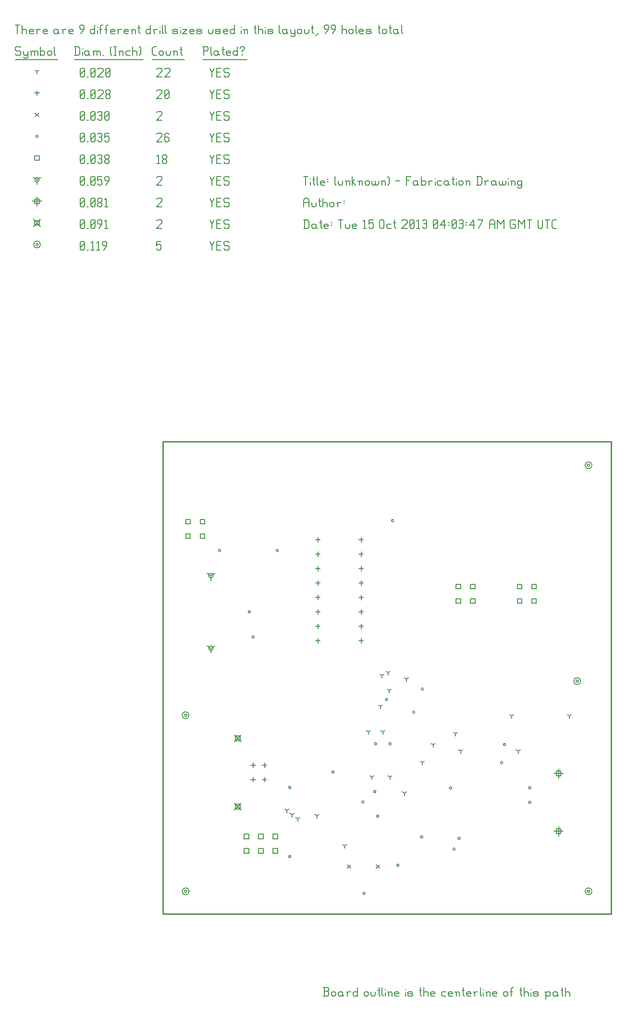
<source format=gbr>
G04 start of page 12 for group -3984 idx -3984 *
G04 Title: (unknown), fab *
G04 Creator: pcb 1.99z *
G04 CreationDate: Tue 15 Oct 2013 04:03:47 AM GMT UTC *
G04 For: commonadmin *
G04 Format: Gerber/RS-274X *
G04 PCB-Dimensions: 600000 500000 *
G04 PCB-Coordinate-Origin: lower left *
%MOIN*%
%FSLAX25Y25*%
%LNFAB*%
%ADD117C,0.0100*%
%ADD116C,0.0075*%
%ADD115C,0.0060*%
%ADD114R,0.0080X0.0080*%
G54D114*X117334Y62992D02*G75*G03X118934Y62992I800J0D01*G01*
G75*G03X117334Y62992I-800J0D01*G01*
X115734D02*G75*G03X120534Y62992I2400J0D01*G01*
G75*G03X115734Y62992I-2400J0D01*G01*
X396838D02*G75*G03X398438Y62992I800J0D01*G01*
G75*G03X396838Y62992I-800J0D01*G01*
X395238D02*G75*G03X400038Y62992I2400J0D01*G01*
G75*G03X395238Y62992I-2400J0D01*G01*
X388964Y208661D02*G75*G03X390564Y208661I800J0D01*G01*
G75*G03X388964Y208661I-800J0D01*G01*
X387364D02*G75*G03X392164Y208661I2400J0D01*G01*
G75*G03X387364Y208661I-2400J0D01*G01*
X117310Y185039D02*G75*G03X118910Y185039I800J0D01*G01*
G75*G03X117310Y185039I-800J0D01*G01*
X115710D02*G75*G03X120510Y185039I2400J0D01*G01*
G75*G03X115710Y185039I-2400J0D01*G01*
X396838Y358268D02*G75*G03X398438Y358268I800J0D01*G01*
G75*G03X396838Y358268I-800J0D01*G01*
X395238D02*G75*G03X400038Y358268I2400J0D01*G01*
G75*G03X395238Y358268I-2400J0D01*G01*
X14200Y511250D02*G75*G03X15800Y511250I800J0D01*G01*
G75*G03X14200Y511250I-800J0D01*G01*
X12600D02*G75*G03X17400Y511250I2400J0D01*G01*
G75*G03X12600Y511250I-2400J0D01*G01*
G54D115*X135000Y513500D02*X136500Y510500D01*
X138000Y513500D01*
X136500Y510500D02*Y507500D01*
X139800Y510800D02*X142050D01*
X139800Y507500D02*X142800D01*
X139800Y513500D02*Y507500D01*
Y513500D02*X142800D01*
X147600D02*X148350Y512750D01*
X145350Y513500D02*X147600D01*
X144600Y512750D02*X145350Y513500D01*
X144600Y512750D02*Y511250D01*
X145350Y510500D01*
X147600D01*
X148350Y509750D01*
Y508250D01*
X147600Y507500D02*X148350Y508250D01*
X145350Y507500D02*X147600D01*
X144600Y508250D02*X145350Y507500D01*
X98000Y513500D02*X101000D01*
X98000D02*Y510500D01*
X98750Y511250D01*
X100250D01*
X101000Y510500D01*
Y508250D01*
X100250Y507500D02*X101000Y508250D01*
X98750Y507500D02*X100250D01*
X98000Y508250D02*X98750Y507500D01*
X45000Y508250D02*X45750Y507500D01*
X45000Y512750D02*Y508250D01*
Y512750D02*X45750Y513500D01*
X47250D01*
X48000Y512750D01*
Y508250D01*
X47250Y507500D02*X48000Y508250D01*
X45750Y507500D02*X47250D01*
X45000Y509000D02*X48000Y512000D01*
X49800Y507500D02*X50550D01*
X52350Y512300D02*X53550Y513500D01*
Y507500D01*
X52350D02*X54600D01*
X56400Y512300D02*X57600Y513500D01*
Y507500D01*
X56400D02*X58650D01*
X61200D02*X63450Y510500D01*
Y512750D02*Y510500D01*
X62700Y513500D02*X63450Y512750D01*
X61200Y513500D02*X62700D01*
X60450Y512750D02*X61200Y513500D01*
X60450Y512750D02*Y511250D01*
X61200Y510500D01*
X63450D01*
X151986Y124144D02*X156786Y119344D01*
X151986D02*X156786Y124144D01*
X152786Y123344D02*X155986D01*
X152786D02*Y120144D01*
X155986D01*
Y123344D02*Y120144D01*
X151986Y171544D02*X156786Y166744D01*
X151986D02*X156786Y171544D01*
X152786Y170744D02*X155986D01*
X152786D02*Y167544D01*
X155986D01*
Y170744D02*Y167544D01*
X12600Y528650D02*X17400Y523850D01*
X12600D02*X17400Y528650D01*
X13400Y527850D02*X16600D01*
X13400D02*Y524650D01*
X16600D01*
Y527850D02*Y524650D01*
X135000Y528500D02*X136500Y525500D01*
X138000Y528500D01*
X136500Y525500D02*Y522500D01*
X139800Y525800D02*X142050D01*
X139800Y522500D02*X142800D01*
X139800Y528500D02*Y522500D01*
Y528500D02*X142800D01*
X147600D02*X148350Y527750D01*
X145350Y528500D02*X147600D01*
X144600Y527750D02*X145350Y528500D01*
X144600Y527750D02*Y526250D01*
X145350Y525500D01*
X147600D01*
X148350Y524750D01*
Y523250D01*
X147600Y522500D02*X148350Y523250D01*
X145350Y522500D02*X147600D01*
X144600Y523250D02*X145350Y522500D01*
X98000Y527750D02*X98750Y528500D01*
X101000D01*
X101750Y527750D01*
Y526250D01*
X98000Y522500D02*X101750Y526250D01*
X98000Y522500D02*X101750D01*
X45000Y523250D02*X45750Y522500D01*
X45000Y527750D02*Y523250D01*
Y527750D02*X45750Y528500D01*
X47250D01*
X48000Y527750D01*
Y523250D01*
X47250Y522500D02*X48000Y523250D01*
X45750Y522500D02*X47250D01*
X45000Y524000D02*X48000Y527000D01*
X49800Y522500D02*X50550D01*
X52350Y523250D02*X53100Y522500D01*
X52350Y527750D02*Y523250D01*
Y527750D02*X53100Y528500D01*
X54600D01*
X55350Y527750D01*
Y523250D01*
X54600Y522500D02*X55350Y523250D01*
X53100Y522500D02*X54600D01*
X52350Y524000D02*X55350Y527000D01*
X57900Y522500D02*X60150Y525500D01*
Y527750D02*Y525500D01*
X59400Y528500D02*X60150Y527750D01*
X57900Y528500D02*X59400D01*
X57150Y527750D02*X57900Y528500D01*
X57150Y527750D02*Y526250D01*
X57900Y525500D01*
X60150D01*
X61950Y527300D02*X63150Y528500D01*
Y522500D01*
X61950D02*X64200D01*
X376886Y147944D02*Y141544D01*
X373686Y144744D02*X380086D01*
X375286Y146344D02*X378486D01*
X375286D02*Y143144D01*
X378486D01*
Y146344D02*Y143144D01*
X376886Y107944D02*Y101544D01*
X373686Y104744D02*X380086D01*
X375286Y106344D02*X378486D01*
X375286D02*Y103144D01*
X378486D01*
Y106344D02*Y103144D01*
X15000Y544450D02*Y538050D01*
X11800Y541250D02*X18200D01*
X13400Y542850D02*X16600D01*
X13400D02*Y539650D01*
X16600D01*
Y542850D02*Y539650D01*
X135000Y543500D02*X136500Y540500D01*
X138000Y543500D01*
X136500Y540500D02*Y537500D01*
X139800Y540800D02*X142050D01*
X139800Y537500D02*X142800D01*
X139800Y543500D02*Y537500D01*
Y543500D02*X142800D01*
X147600D02*X148350Y542750D01*
X145350Y543500D02*X147600D01*
X144600Y542750D02*X145350Y543500D01*
X144600Y542750D02*Y541250D01*
X145350Y540500D01*
X147600D01*
X148350Y539750D01*
Y538250D01*
X147600Y537500D02*X148350Y538250D01*
X145350Y537500D02*X147600D01*
X144600Y538250D02*X145350Y537500D01*
X98000Y542750D02*X98750Y543500D01*
X101000D01*
X101750Y542750D01*
Y541250D01*
X98000Y537500D02*X101750Y541250D01*
X98000Y537500D02*X101750D01*
X45000Y538250D02*X45750Y537500D01*
X45000Y542750D02*Y538250D01*
Y542750D02*X45750Y543500D01*
X47250D01*
X48000Y542750D01*
Y538250D01*
X47250Y537500D02*X48000Y538250D01*
X45750Y537500D02*X47250D01*
X45000Y539000D02*X48000Y542000D01*
X49800Y537500D02*X50550D01*
X52350Y538250D02*X53100Y537500D01*
X52350Y542750D02*Y538250D01*
Y542750D02*X53100Y543500D01*
X54600D01*
X55350Y542750D01*
Y538250D01*
X54600Y537500D02*X55350Y538250D01*
X53100Y537500D02*X54600D01*
X52350Y539000D02*X55350Y542000D01*
X57150Y538250D02*X57900Y537500D01*
X57150Y539450D02*Y538250D01*
Y539450D02*X58200Y540500D01*
X59100D01*
X60150Y539450D01*
Y538250D01*
X59400Y537500D02*X60150Y538250D01*
X57900Y537500D02*X59400D01*
X57150Y541550D02*X58200Y540500D01*
X57150Y542750D02*Y541550D01*
Y542750D02*X57900Y543500D01*
X59400D01*
X60150Y542750D01*
Y541550D01*
X59100Y540500D02*X60150Y541550D01*
X61950Y542300D02*X63150Y543500D01*
Y537500D01*
X61950D02*X64200D01*
X135686Y281744D02*Y278544D01*
Y281744D02*X138459Y283344D01*
X135686Y281744D02*X132912Y283344D01*
X134086Y281744D02*G75*G03X137286Y281744I1600J0D01*G01*
G75*G03X134086Y281744I-1600J0D01*G01*
X135686Y231544D02*Y228344D01*
Y231544D02*X138459Y233144D01*
X135686Y231544D02*X132912Y233144D01*
X134086Y231544D02*G75*G03X137286Y231544I1600J0D01*G01*
G75*G03X134086Y231544I-1600J0D01*G01*
X15000Y556250D02*Y553050D01*
Y556250D02*X17773Y557850D01*
X15000Y556250D02*X12227Y557850D01*
X13400Y556250D02*G75*G03X16600Y556250I1600J0D01*G01*
G75*G03X13400Y556250I-1600J0D01*G01*
X135000Y558500D02*X136500Y555500D01*
X138000Y558500D01*
X136500Y555500D02*Y552500D01*
X139800Y555800D02*X142050D01*
X139800Y552500D02*X142800D01*
X139800Y558500D02*Y552500D01*
Y558500D02*X142800D01*
X147600D02*X148350Y557750D01*
X145350Y558500D02*X147600D01*
X144600Y557750D02*X145350Y558500D01*
X144600Y557750D02*Y556250D01*
X145350Y555500D01*
X147600D01*
X148350Y554750D01*
Y553250D01*
X147600Y552500D02*X148350Y553250D01*
X145350Y552500D02*X147600D01*
X144600Y553250D02*X145350Y552500D01*
X98000Y557750D02*X98750Y558500D01*
X101000D01*
X101750Y557750D01*
Y556250D01*
X98000Y552500D02*X101750Y556250D01*
X98000Y552500D02*X101750D01*
X45000Y553250D02*X45750Y552500D01*
X45000Y557750D02*Y553250D01*
Y557750D02*X45750Y558500D01*
X47250D01*
X48000Y557750D01*
Y553250D01*
X47250Y552500D02*X48000Y553250D01*
X45750Y552500D02*X47250D01*
X45000Y554000D02*X48000Y557000D01*
X49800Y552500D02*X50550D01*
X52350Y553250D02*X53100Y552500D01*
X52350Y557750D02*Y553250D01*
Y557750D02*X53100Y558500D01*
X54600D01*
X55350Y557750D01*
Y553250D01*
X54600Y552500D02*X55350Y553250D01*
X53100Y552500D02*X54600D01*
X52350Y554000D02*X55350Y557000D01*
X57150Y558500D02*X60150D01*
X57150D02*Y555500D01*
X57900Y556250D01*
X59400D01*
X60150Y555500D01*
Y553250D01*
X59400Y552500D02*X60150Y553250D01*
X57900Y552500D02*X59400D01*
X57150Y553250D02*X57900Y552500D01*
X62700D02*X64950Y555500D01*
Y557750D02*Y555500D01*
X64200Y558500D02*X64950Y557750D01*
X62700Y558500D02*X64200D01*
X61950Y557750D02*X62700Y558500D01*
X61950Y557750D02*Y556250D01*
X62700Y555500D01*
X64950D01*
X178786Y102744D02*X181986D01*
X178786D02*Y99544D01*
X181986D01*
Y102744D02*Y99544D01*
X178786Y92744D02*X181986D01*
X178786D02*Y89544D01*
X181986D01*
Y92744D02*Y89544D01*
X168786Y102744D02*X171986D01*
X168786D02*Y99544D01*
X171986D01*
Y102744D02*Y99544D01*
X168786Y92744D02*X171986D01*
X168786D02*Y89544D01*
X171986D01*
Y92744D02*Y89544D01*
X158786Y102744D02*X161986D01*
X158786D02*Y99544D01*
X161986D01*
Y102744D02*Y99544D01*
X158786Y92744D02*X161986D01*
X158786D02*Y89544D01*
X161986D01*
Y92744D02*Y89544D01*
X128286Y320844D02*X131486D01*
X128286D02*Y317644D01*
X131486D01*
Y320844D02*Y317644D01*
X118286Y320844D02*X121486D01*
X118286D02*Y317644D01*
X121486D01*
Y320844D02*Y317644D01*
X118286Y310844D02*X121486D01*
X118286D02*Y307644D01*
X121486D01*
Y310844D02*Y307644D01*
X128286Y310844D02*X131486D01*
X128286D02*Y307644D01*
X131486D01*
Y310844D02*Y307644D01*
X305786Y275844D02*X308986D01*
X305786D02*Y272644D01*
X308986D01*
Y275844D02*Y272644D01*
X305786Y265844D02*X308986D01*
X305786D02*Y262644D01*
X308986D01*
Y265844D02*Y262644D01*
X315786Y265844D02*X318986D01*
X315786D02*Y262644D01*
X318986D01*
Y265844D02*Y262644D01*
X315786Y275844D02*X318986D01*
X315786D02*Y272644D01*
X318986D01*
Y275844D02*Y272644D01*
X358286Y265844D02*X361486D01*
X358286D02*Y262644D01*
X361486D01*
Y265844D02*Y262644D01*
X358286Y275844D02*X361486D01*
X358286D02*Y272644D01*
X361486D01*
Y275844D02*Y272644D01*
X348286Y275844D02*X351486D01*
X348286D02*Y272644D01*
X351486D01*
Y275844D02*Y272644D01*
X348286Y265844D02*X351486D01*
X348286D02*Y262644D01*
X351486D01*
Y265844D02*Y262644D01*
X13400Y572850D02*X16600D01*
X13400D02*Y569650D01*
X16600D01*
Y572850D02*Y569650D01*
X135000Y573500D02*X136500Y570500D01*
X138000Y573500D01*
X136500Y570500D02*Y567500D01*
X139800Y570800D02*X142050D01*
X139800Y567500D02*X142800D01*
X139800Y573500D02*Y567500D01*
Y573500D02*X142800D01*
X147600D02*X148350Y572750D01*
X145350Y573500D02*X147600D01*
X144600Y572750D02*X145350Y573500D01*
X144600Y572750D02*Y571250D01*
X145350Y570500D01*
X147600D01*
X148350Y569750D01*
Y568250D01*
X147600Y567500D02*X148350Y568250D01*
X145350Y567500D02*X147600D01*
X144600Y568250D02*X145350Y567500D01*
X98000Y572300D02*X99200Y573500D01*
Y567500D01*
X98000D02*X100250D01*
X102050Y568250D02*X102800Y567500D01*
X102050Y569450D02*Y568250D01*
Y569450D02*X103100Y570500D01*
X104000D01*
X105050Y569450D01*
Y568250D01*
X104300Y567500D02*X105050Y568250D01*
X102800Y567500D02*X104300D01*
X102050Y571550D02*X103100Y570500D01*
X102050Y572750D02*Y571550D01*
Y572750D02*X102800Y573500D01*
X104300D01*
X105050Y572750D01*
Y571550D01*
X104000Y570500D02*X105050Y571550D01*
X45000Y568250D02*X45750Y567500D01*
X45000Y572750D02*Y568250D01*
Y572750D02*X45750Y573500D01*
X47250D01*
X48000Y572750D01*
Y568250D01*
X47250Y567500D02*X48000Y568250D01*
X45750Y567500D02*X47250D01*
X45000Y569000D02*X48000Y572000D01*
X49800Y567500D02*X50550D01*
X52350Y568250D02*X53100Y567500D01*
X52350Y572750D02*Y568250D01*
Y572750D02*X53100Y573500D01*
X54600D01*
X55350Y572750D01*
Y568250D01*
X54600Y567500D02*X55350Y568250D01*
X53100Y567500D02*X54600D01*
X52350Y569000D02*X55350Y572000D01*
X57150Y572750D02*X57900Y573500D01*
X59400D01*
X60150Y572750D01*
X59400Y567500D02*X60150Y568250D01*
X57900Y567500D02*X59400D01*
X57150Y568250D02*X57900Y567500D01*
Y570800D02*X59400D01*
X60150Y572750D02*Y571550D01*
Y570050D02*Y568250D01*
Y570050D02*X59400Y570800D01*
X60150Y571550D02*X59400Y570800D01*
X61950Y568250D02*X62700Y567500D01*
X61950Y569450D02*Y568250D01*
Y569450D02*X63000Y570500D01*
X63900D01*
X64950Y569450D01*
Y568250D01*
X64200Y567500D02*X64950Y568250D01*
X62700Y567500D02*X64200D01*
X61950Y571550D02*X63000Y570500D01*
X61950Y572750D02*Y571550D01*
Y572750D02*X62700Y573500D01*
X64200D01*
X64950Y572750D01*
Y571550D01*
X63900Y570500D02*X64950Y571550D01*
X356086Y124744D02*G75*G03X357686Y124744I800J0D01*G01*
G75*G03X356086Y124744I-800J0D01*G01*
Y134744D02*G75*G03X357686Y134744I800J0D01*G01*
G75*G03X356086Y134744I-800J0D01*G01*
X240271Y124892D02*G75*G03X241871Y124892I800J0D01*G01*
G75*G03X240271Y124892I-800J0D01*G01*
X248586Y132144D02*G75*G03X250186Y132144I800J0D01*G01*
G75*G03X248586Y132144I-800J0D01*G01*
X189586Y134954D02*G75*G03X191186Y134954I800J0D01*G01*
G75*G03X189586Y134954I-800J0D01*G01*
X250586Y115144D02*G75*G03X252186Y115144I800J0D01*G01*
G75*G03X250586Y115144I-800J0D01*G01*
X264586Y81144D02*G75*G03X266186Y81144I800J0D01*G01*
G75*G03X264586Y81144I-800J0D01*G01*
X219586Y145744D02*G75*G03X221186Y145744I800J0D01*G01*
G75*G03X219586Y145744I-800J0D01*G01*
X256686Y195944D02*G75*G03X258286Y195944I800J0D01*G01*
G75*G03X256686Y195944I-800J0D01*G01*
X275586Y187244D02*G75*G03X277186Y187244I800J0D01*G01*
G75*G03X275586Y187244I-800J0D01*G01*
X281586Y203244D02*G75*G03X283186Y203244I800J0D01*G01*
G75*G03X281586Y203244I-800J0D01*G01*
X301086Y134568D02*G75*G03X302686Y134568I800J0D01*G01*
G75*G03X301086Y134568I-800J0D01*G01*
X303586Y92244D02*G75*G03X305186Y92244I800J0D01*G01*
G75*G03X303586Y92244I-800J0D01*G01*
X281086Y100744D02*G75*G03X282686Y100744I800J0D01*G01*
G75*G03X281086Y100744I-800J0D01*G01*
X307086Y99744D02*G75*G03X308686Y99744I800J0D01*G01*
G75*G03X307086Y99744I-800J0D01*G01*
X338586Y164744D02*G75*G03X340186Y164744I800J0D01*G01*
G75*G03X338586Y164744I-800J0D01*G01*
X336586Y152244D02*G75*G03X338186Y152244I800J0D01*G01*
G75*G03X336586Y152244I-800J0D01*G01*
X249086Y165244D02*G75*G03X250686Y165244I800J0D01*G01*
G75*G03X249086Y165244I-800J0D01*G01*
X259086D02*G75*G03X260686Y165244I800J0D01*G01*
G75*G03X259086Y165244I-800J0D01*G01*
X241071Y61619D02*G75*G03X242671Y61619I800J0D01*G01*
G75*G03X241071Y61619I-800J0D01*G01*
X189586Y87144D02*G75*G03X191186Y87144I800J0D01*G01*
G75*G03X189586Y87144I-800J0D01*G01*
X164086Y239244D02*G75*G03X165686Y239244I800J0D01*G01*
G75*G03X164086Y239244I-800J0D01*G01*
X161586Y256744D02*G75*G03X163186Y256744I800J0D01*G01*
G75*G03X161586Y256744I-800J0D01*G01*
X180896Y299244D02*G75*G03X182496Y299244I800J0D01*G01*
G75*G03X180896Y299244I-800J0D01*G01*
X140896D02*G75*G03X142496Y299244I800J0D01*G01*
G75*G03X140896Y299244I-800J0D01*G01*
X260896Y319934D02*G75*G03X262496Y319934I800J0D01*G01*
G75*G03X260896Y319934I-800J0D01*G01*
X14200Y586250D02*G75*G03X15800Y586250I800J0D01*G01*
G75*G03X14200Y586250I-800J0D01*G01*
X135000Y588500D02*X136500Y585500D01*
X138000Y588500D01*
X136500Y585500D02*Y582500D01*
X139800Y585800D02*X142050D01*
X139800Y582500D02*X142800D01*
X139800Y588500D02*Y582500D01*
Y588500D02*X142800D01*
X147600D02*X148350Y587750D01*
X145350Y588500D02*X147600D01*
X144600Y587750D02*X145350Y588500D01*
X144600Y587750D02*Y586250D01*
X145350Y585500D01*
X147600D01*
X148350Y584750D01*
Y583250D01*
X147600Y582500D02*X148350Y583250D01*
X145350Y582500D02*X147600D01*
X144600Y583250D02*X145350Y582500D01*
X98000Y587750D02*X98750Y588500D01*
X101000D01*
X101750Y587750D01*
Y586250D01*
X98000Y582500D02*X101750Y586250D01*
X98000Y582500D02*X101750D01*
X105800Y588500D02*X106550Y587750D01*
X104300Y588500D02*X105800D01*
X103550Y587750D02*X104300Y588500D01*
X103550Y587750D02*Y583250D01*
X104300Y582500D01*
X105800Y585800D02*X106550Y585050D01*
X103550Y585800D02*X105800D01*
X104300Y582500D02*X105800D01*
X106550Y583250D01*
Y585050D02*Y583250D01*
X45000D02*X45750Y582500D01*
X45000Y587750D02*Y583250D01*
Y587750D02*X45750Y588500D01*
X47250D01*
X48000Y587750D01*
Y583250D01*
X47250Y582500D02*X48000Y583250D01*
X45750Y582500D02*X47250D01*
X45000Y584000D02*X48000Y587000D01*
X49800Y582500D02*X50550D01*
X52350Y583250D02*X53100Y582500D01*
X52350Y587750D02*Y583250D01*
Y587750D02*X53100Y588500D01*
X54600D01*
X55350Y587750D01*
Y583250D01*
X54600Y582500D02*X55350Y583250D01*
X53100Y582500D02*X54600D01*
X52350Y584000D02*X55350Y587000D01*
X57150Y587750D02*X57900Y588500D01*
X59400D01*
X60150Y587750D01*
X59400Y582500D02*X60150Y583250D01*
X57900Y582500D02*X59400D01*
X57150Y583250D02*X57900Y582500D01*
Y585800D02*X59400D01*
X60150Y587750D02*Y586550D01*
Y585050D02*Y583250D01*
Y585050D02*X59400Y585800D01*
X60150Y586550D02*X59400Y585800D01*
X61950Y588500D02*X64950D01*
X61950D02*Y585500D01*
X62700Y586250D01*
X64200D01*
X64950Y585500D01*
Y583250D01*
X64200Y582500D02*X64950Y583250D01*
X62700Y582500D02*X64200D01*
X61950Y583250D02*X62700Y582500D01*
X250186Y81344D02*X252586Y78944D01*
X250186D02*X252586Y81344D01*
X230186D02*X232586Y78944D01*
X230186D02*X232586Y81344D01*
X13800Y602450D02*X16200Y600050D01*
X13800D02*X16200Y602450D01*
X135000Y603500D02*X136500Y600500D01*
X138000Y603500D01*
X136500Y600500D02*Y597500D01*
X139800Y600800D02*X142050D01*
X139800Y597500D02*X142800D01*
X139800Y603500D02*Y597500D01*
Y603500D02*X142800D01*
X147600D02*X148350Y602750D01*
X145350Y603500D02*X147600D01*
X144600Y602750D02*X145350Y603500D01*
X144600Y602750D02*Y601250D01*
X145350Y600500D01*
X147600D01*
X148350Y599750D01*
Y598250D01*
X147600Y597500D02*X148350Y598250D01*
X145350Y597500D02*X147600D01*
X144600Y598250D02*X145350Y597500D01*
X98000Y602750D02*X98750Y603500D01*
X101000D01*
X101750Y602750D01*
Y601250D01*
X98000Y597500D02*X101750Y601250D01*
X98000Y597500D02*X101750D01*
X45000Y598250D02*X45750Y597500D01*
X45000Y602750D02*Y598250D01*
Y602750D02*X45750Y603500D01*
X47250D01*
X48000Y602750D01*
Y598250D01*
X47250Y597500D02*X48000Y598250D01*
X45750Y597500D02*X47250D01*
X45000Y599000D02*X48000Y602000D01*
X49800Y597500D02*X50550D01*
X52350Y598250D02*X53100Y597500D01*
X52350Y602750D02*Y598250D01*
Y602750D02*X53100Y603500D01*
X54600D01*
X55350Y602750D01*
Y598250D01*
X54600Y597500D02*X55350Y598250D01*
X53100Y597500D02*X54600D01*
X52350Y599000D02*X55350Y602000D01*
X57150Y602750D02*X57900Y603500D01*
X59400D01*
X60150Y602750D01*
X59400Y597500D02*X60150Y598250D01*
X57900Y597500D02*X59400D01*
X57150Y598250D02*X57900Y597500D01*
Y600800D02*X59400D01*
X60150Y602750D02*Y601550D01*
Y600050D02*Y598250D01*
Y600050D02*X59400Y600800D01*
X60150Y601550D02*X59400Y600800D01*
X61950Y598250D02*X62700Y597500D01*
X61950Y602750D02*Y598250D01*
Y602750D02*X62700Y603500D01*
X64200D01*
X64950Y602750D01*
Y598250D01*
X64200Y597500D02*X64950Y598250D01*
X62700Y597500D02*X64200D01*
X61950Y599000D02*X64950Y602000D01*
X165086Y142144D02*Y138944D01*
X163486Y140544D02*X166686D01*
X165086Y151944D02*Y148744D01*
X163486Y150344D02*X166686D01*
X172886Y151944D02*Y148744D01*
X171286Y150344D02*X174486D01*
X172886Y142144D02*Y138944D01*
X171286Y140544D02*X174486D01*
X239886Y238344D02*Y235144D01*
X238286Y236744D02*X241486D01*
X239886Y248344D02*Y245144D01*
X238286Y246744D02*X241486D01*
X239886Y258344D02*Y255144D01*
X238286Y256744D02*X241486D01*
X239886Y268344D02*Y265144D01*
X238286Y266744D02*X241486D01*
X239886Y278344D02*Y275144D01*
X238286Y276744D02*X241486D01*
X239886Y288344D02*Y285144D01*
X238286Y286744D02*X241486D01*
X239886Y298344D02*Y295144D01*
X238286Y296744D02*X241486D01*
X239886Y308344D02*Y305144D01*
X238286Y306744D02*X241486D01*
X209886Y308344D02*Y305144D01*
X208286Y306744D02*X211486D01*
X209886Y298344D02*Y295144D01*
X208286Y296744D02*X211486D01*
X209886Y288344D02*Y285144D01*
X208286Y286744D02*X211486D01*
X209886Y278344D02*Y275144D01*
X208286Y276744D02*X211486D01*
X209886Y268344D02*Y265144D01*
X208286Y266744D02*X211486D01*
X209886Y258344D02*Y255144D01*
X208286Y256744D02*X211486D01*
X209886Y248344D02*Y245144D01*
X208286Y246744D02*X211486D01*
X209886Y238344D02*Y235144D01*
X208286Y236744D02*X211486D01*
X15000Y617850D02*Y614650D01*
X13400Y616250D02*X16600D01*
X135000Y618500D02*X136500Y615500D01*
X138000Y618500D01*
X136500Y615500D02*Y612500D01*
X139800Y615800D02*X142050D01*
X139800Y612500D02*X142800D01*
X139800Y618500D02*Y612500D01*
Y618500D02*X142800D01*
X147600D02*X148350Y617750D01*
X145350Y618500D02*X147600D01*
X144600Y617750D02*X145350Y618500D01*
X144600Y617750D02*Y616250D01*
X145350Y615500D01*
X147600D01*
X148350Y614750D01*
Y613250D01*
X147600Y612500D02*X148350Y613250D01*
X145350Y612500D02*X147600D01*
X144600Y613250D02*X145350Y612500D01*
X98000Y617750D02*X98750Y618500D01*
X101000D01*
X101750Y617750D01*
Y616250D01*
X98000Y612500D02*X101750Y616250D01*
X98000Y612500D02*X101750D01*
X103550Y613250D02*X104300Y612500D01*
X103550Y617750D02*Y613250D01*
Y617750D02*X104300Y618500D01*
X105800D01*
X106550Y617750D01*
Y613250D01*
X105800Y612500D02*X106550Y613250D01*
X104300Y612500D02*X105800D01*
X103550Y614000D02*X106550Y617000D01*
X45000Y613250D02*X45750Y612500D01*
X45000Y617750D02*Y613250D01*
Y617750D02*X45750Y618500D01*
X47250D01*
X48000Y617750D01*
Y613250D01*
X47250Y612500D02*X48000Y613250D01*
X45750Y612500D02*X47250D01*
X45000Y614000D02*X48000Y617000D01*
X49800Y612500D02*X50550D01*
X52350Y613250D02*X53100Y612500D01*
X52350Y617750D02*Y613250D01*
Y617750D02*X53100Y618500D01*
X54600D01*
X55350Y617750D01*
Y613250D01*
X54600Y612500D02*X55350Y613250D01*
X53100Y612500D02*X54600D01*
X52350Y614000D02*X55350Y617000D01*
X57150Y617750D02*X57900Y618500D01*
X60150D01*
X60900Y617750D01*
Y616250D01*
X57150Y612500D02*X60900Y616250D01*
X57150Y612500D02*X60900D01*
X62700Y613250D02*X63450Y612500D01*
X62700Y614450D02*Y613250D01*
Y614450D02*X63750Y615500D01*
X64650D01*
X65700Y614450D01*
Y613250D01*
X64950Y612500D02*X65700Y613250D01*
X63450Y612500D02*X64950D01*
X62700Y616550D02*X63750Y615500D01*
X62700Y617750D02*Y616550D01*
Y617750D02*X63450Y618500D01*
X64950D01*
X65700Y617750D01*
Y616550D01*
X64650Y615500D02*X65700Y616550D01*
X348886Y160244D02*Y158644D01*
Y160244D02*X350272Y161044D01*
X348886Y160244D02*X347499Y161044D01*
X308886Y160244D02*Y158644D01*
Y160244D02*X310272Y161044D01*
X308886Y160244D02*X307499Y161044D01*
X384386Y184744D02*Y183144D01*
Y184744D02*X385772Y185544D01*
X384386Y184744D02*X382999Y185544D01*
X344386Y184744D02*Y183144D01*
Y184744D02*X345772Y185544D01*
X344386Y184744D02*X342999Y185544D01*
X228472Y94640D02*Y93040D01*
Y94640D02*X229858Y95440D01*
X228472Y94640D02*X227085Y95440D01*
X188386Y119144D02*Y117544D01*
Y119144D02*X189772Y119944D01*
X188386Y119144D02*X186999Y119944D01*
X191886Y116144D02*Y114544D01*
Y116144D02*X193272Y116944D01*
X191886Y116144D02*X190499Y116944D01*
X258686Y214644D02*Y213044D01*
Y214644D02*X260072Y215444D01*
X258686Y214644D02*X257299Y215444D01*
X254386Y212644D02*Y211044D01*
Y212644D02*X255772Y213444D01*
X254386Y212644D02*X252999Y213444D01*
X271386Y210144D02*Y208544D01*
Y210144D02*X272772Y210944D01*
X271386Y210144D02*X269999Y210944D01*
X195886Y113244D02*Y111644D01*
Y113244D02*X197272Y114044D01*
X195886Y113244D02*X194499Y114044D01*
X209186Y115444D02*Y113844D01*
Y115444D02*X210572Y116244D01*
X209186Y115444D02*X207799Y116244D01*
X259886Y142244D02*Y140644D01*
Y142244D02*X261272Y143044D01*
X259886Y142244D02*X258499Y143044D01*
X259386Y202244D02*Y200644D01*
Y202244D02*X260772Y203044D01*
X259386Y202244D02*X257999Y203044D01*
X269886Y131144D02*Y129544D01*
Y131144D02*X271272Y131944D01*
X269886Y131144D02*X268499Y131944D01*
X247386Y142244D02*Y140644D01*
Y142244D02*X248772Y143044D01*
X247386Y142244D02*X245999Y143044D01*
X254886Y173744D02*Y172144D01*
Y173744D02*X256272Y174544D01*
X254886Y173744D02*X253499Y174544D01*
X305386Y172244D02*Y170644D01*
Y172244D02*X306772Y173044D01*
X305386Y172244D02*X303999Y173044D01*
X282386Y152244D02*Y150644D01*
Y152244D02*X283772Y153044D01*
X282386Y152244D02*X280999Y153044D01*
X289886Y164744D02*Y163144D01*
Y164744D02*X291272Y165544D01*
X289886Y164744D02*X288499Y165544D01*
X244886Y173744D02*Y172144D01*
Y173744D02*X246272Y174544D01*
X244886Y173744D02*X243499Y174544D01*
X253386Y191244D02*Y189644D01*
Y191244D02*X254772Y192044D01*
X253386Y191244D02*X251999Y192044D01*
X15000Y631250D02*Y629650D01*
Y631250D02*X16387Y632050D01*
X15000Y631250D02*X13613Y632050D01*
X135000Y633500D02*X136500Y630500D01*
X138000Y633500D01*
X136500Y630500D02*Y627500D01*
X139800Y630800D02*X142050D01*
X139800Y627500D02*X142800D01*
X139800Y633500D02*Y627500D01*
Y633500D02*X142800D01*
X147600D02*X148350Y632750D01*
X145350Y633500D02*X147600D01*
X144600Y632750D02*X145350Y633500D01*
X144600Y632750D02*Y631250D01*
X145350Y630500D01*
X147600D01*
X148350Y629750D01*
Y628250D01*
X147600Y627500D02*X148350Y628250D01*
X145350Y627500D02*X147600D01*
X144600Y628250D02*X145350Y627500D01*
X98000Y632750D02*X98750Y633500D01*
X101000D01*
X101750Y632750D01*
Y631250D01*
X98000Y627500D02*X101750Y631250D01*
X98000Y627500D02*X101750D01*
X103550Y632750D02*X104300Y633500D01*
X106550D01*
X107300Y632750D01*
Y631250D01*
X103550Y627500D02*X107300Y631250D01*
X103550Y627500D02*X107300D01*
X45000Y628250D02*X45750Y627500D01*
X45000Y632750D02*Y628250D01*
Y632750D02*X45750Y633500D01*
X47250D01*
X48000Y632750D01*
Y628250D01*
X47250Y627500D02*X48000Y628250D01*
X45750Y627500D02*X47250D01*
X45000Y629000D02*X48000Y632000D01*
X49800Y627500D02*X50550D01*
X52350Y628250D02*X53100Y627500D01*
X52350Y632750D02*Y628250D01*
Y632750D02*X53100Y633500D01*
X54600D01*
X55350Y632750D01*
Y628250D01*
X54600Y627500D02*X55350Y628250D01*
X53100Y627500D02*X54600D01*
X52350Y629000D02*X55350Y632000D01*
X57150Y632750D02*X57900Y633500D01*
X60150D01*
X60900Y632750D01*
Y631250D01*
X57150Y627500D02*X60900Y631250D01*
X57150Y627500D02*X60900D01*
X62700Y628250D02*X63450Y627500D01*
X62700Y632750D02*Y628250D01*
Y632750D02*X63450Y633500D01*
X64950D01*
X65700Y632750D01*
Y628250D01*
X64950Y627500D02*X65700Y628250D01*
X63450Y627500D02*X64950D01*
X62700Y629000D02*X65700Y632000D01*
X3000Y648500D02*X3750Y647750D01*
X750Y648500D02*X3000D01*
X0Y647750D02*X750Y648500D01*
X0Y647750D02*Y646250D01*
X750Y645500D01*
X3000D01*
X3750Y644750D01*
Y643250D01*
X3000Y642500D02*X3750Y643250D01*
X750Y642500D02*X3000D01*
X0Y643250D02*X750Y642500D01*
X5550Y645500D02*Y643250D01*
X6300Y642500D01*
X8550Y645500D02*Y641000D01*
X7800Y640250D02*X8550Y641000D01*
X6300Y640250D02*X7800D01*
X5550Y641000D02*X6300Y640250D01*
Y642500D02*X7800D01*
X8550Y643250D01*
X11100Y644750D02*Y642500D01*
Y644750D02*X11850Y645500D01*
X12600D01*
X13350Y644750D01*
Y642500D01*
Y644750D02*X14100Y645500D01*
X14850D01*
X15600Y644750D01*
Y642500D01*
X10350Y645500D02*X11100Y644750D01*
X17400Y648500D02*Y642500D01*
Y643250D02*X18150Y642500D01*
X19650D01*
X20400Y643250D01*
Y644750D02*Y643250D01*
X19650Y645500D02*X20400Y644750D01*
X18150Y645500D02*X19650D01*
X17400Y644750D02*X18150Y645500D01*
X22200Y644750D02*Y643250D01*
Y644750D02*X22950Y645500D01*
X24450D01*
X25200Y644750D01*
Y643250D01*
X24450Y642500D02*X25200Y643250D01*
X22950Y642500D02*X24450D01*
X22200Y643250D02*X22950Y642500D01*
X27000Y648500D02*Y643250D01*
X27750Y642500D01*
X0Y639250D02*X29250D01*
X41750Y648500D02*Y642500D01*
X43700Y648500D02*X44750Y647450D01*
Y643550D01*
X43700Y642500D02*X44750Y643550D01*
X41000Y642500D02*X43700D01*
X41000Y648500D02*X43700D01*
G54D116*X46550Y647000D02*Y646850D01*
G54D115*Y644750D02*Y642500D01*
X50300Y645500D02*X51050Y644750D01*
X48800Y645500D02*X50300D01*
X48050Y644750D02*X48800Y645500D01*
X48050Y644750D02*Y643250D01*
X48800Y642500D01*
X51050Y645500D02*Y643250D01*
X51800Y642500D01*
X48800D02*X50300D01*
X51050Y643250D01*
X54350Y644750D02*Y642500D01*
Y644750D02*X55100Y645500D01*
X55850D01*
X56600Y644750D01*
Y642500D01*
Y644750D02*X57350Y645500D01*
X58100D01*
X58850Y644750D01*
Y642500D01*
X53600Y645500D02*X54350Y644750D01*
X60650Y642500D02*X61400D01*
X65900Y643250D02*X66650Y642500D01*
X65900Y647750D02*X66650Y648500D01*
X65900Y647750D02*Y643250D01*
X68450Y648500D02*X69950D01*
X69200D02*Y642500D01*
X68450D02*X69950D01*
X72500Y644750D02*Y642500D01*
Y644750D02*X73250Y645500D01*
X74000D01*
X74750Y644750D01*
Y642500D01*
X71750Y645500D02*X72500Y644750D01*
X77300Y645500D02*X79550D01*
X76550Y644750D02*X77300Y645500D01*
X76550Y644750D02*Y643250D01*
X77300Y642500D01*
X79550D01*
X81350Y648500D02*Y642500D01*
Y644750D02*X82100Y645500D01*
X83600D01*
X84350Y644750D01*
Y642500D01*
X86150Y648500D02*X86900Y647750D01*
Y643250D01*
X86150Y642500D02*X86900Y643250D01*
X41000Y639250D02*X88700D01*
X96050Y642500D02*X98000D01*
X95000Y643550D02*X96050Y642500D01*
X95000Y647450D02*Y643550D01*
Y647450D02*X96050Y648500D01*
X98000D01*
X99800Y644750D02*Y643250D01*
Y644750D02*X100550Y645500D01*
X102050D01*
X102800Y644750D01*
Y643250D01*
X102050Y642500D02*X102800Y643250D01*
X100550Y642500D02*X102050D01*
X99800Y643250D02*X100550Y642500D01*
X104600Y645500D02*Y643250D01*
X105350Y642500D01*
X106850D01*
X107600Y643250D01*
Y645500D02*Y643250D01*
X110150Y644750D02*Y642500D01*
Y644750D02*X110900Y645500D01*
X111650D01*
X112400Y644750D01*
Y642500D01*
X109400Y645500D02*X110150Y644750D01*
X114950Y648500D02*Y643250D01*
X115700Y642500D01*
X114200Y646250D02*X115700D01*
X95000Y639250D02*X117200D01*
X130750Y648500D02*Y642500D01*
X130000Y648500D02*X133000D01*
X133750Y647750D01*
Y646250D01*
X133000Y645500D02*X133750Y646250D01*
X130750Y645500D02*X133000D01*
X135550Y648500D02*Y643250D01*
X136300Y642500D01*
X140050Y645500D02*X140800Y644750D01*
X138550Y645500D02*X140050D01*
X137800Y644750D02*X138550Y645500D01*
X137800Y644750D02*Y643250D01*
X138550Y642500D01*
X140800Y645500D02*Y643250D01*
X141550Y642500D01*
X138550D02*X140050D01*
X140800Y643250D01*
X144100Y648500D02*Y643250D01*
X144850Y642500D01*
X143350Y646250D02*X144850D01*
X147100Y642500D02*X149350D01*
X146350Y643250D02*X147100Y642500D01*
X146350Y644750D02*Y643250D01*
Y644750D02*X147100Y645500D01*
X148600D01*
X149350Y644750D01*
X146350Y644000D02*X149350D01*
Y644750D02*Y644000D01*
X154150Y648500D02*Y642500D01*
X153400D02*X154150Y643250D01*
X151900Y642500D02*X153400D01*
X151150Y643250D02*X151900Y642500D01*
X151150Y644750D02*Y643250D01*
Y644750D02*X151900Y645500D01*
X153400D01*
X154150Y644750D01*
X157450Y645500D02*Y644750D01*
Y643250D02*Y642500D01*
X155950Y647750D02*Y647000D01*
Y647750D02*X156700Y648500D01*
X158200D01*
X158950Y647750D01*
Y647000D01*
X157450Y645500D02*X158950Y647000D01*
X130000Y639250D02*X160750D01*
X0Y663500D02*X3000D01*
X1500D02*Y657500D01*
X4800Y663500D02*Y657500D01*
Y659750D02*X5550Y660500D01*
X7050D01*
X7800Y659750D01*
Y657500D01*
X10350D02*X12600D01*
X9600Y658250D02*X10350Y657500D01*
X9600Y659750D02*Y658250D01*
Y659750D02*X10350Y660500D01*
X11850D01*
X12600Y659750D01*
X9600Y659000D02*X12600D01*
Y659750D02*Y659000D01*
X15150Y659750D02*Y657500D01*
Y659750D02*X15900Y660500D01*
X17400D01*
X14400D02*X15150Y659750D01*
X19950Y657500D02*X22200D01*
X19200Y658250D02*X19950Y657500D01*
X19200Y659750D02*Y658250D01*
Y659750D02*X19950Y660500D01*
X21450D01*
X22200Y659750D01*
X19200Y659000D02*X22200D01*
Y659750D02*Y659000D01*
X28950Y660500D02*X29700Y659750D01*
X27450Y660500D02*X28950D01*
X26700Y659750D02*X27450Y660500D01*
X26700Y659750D02*Y658250D01*
X27450Y657500D01*
X29700Y660500D02*Y658250D01*
X30450Y657500D01*
X27450D02*X28950D01*
X29700Y658250D01*
X33000Y659750D02*Y657500D01*
Y659750D02*X33750Y660500D01*
X35250D01*
X32250D02*X33000Y659750D01*
X37800Y657500D02*X40050D01*
X37050Y658250D02*X37800Y657500D01*
X37050Y659750D02*Y658250D01*
Y659750D02*X37800Y660500D01*
X39300D01*
X40050Y659750D01*
X37050Y659000D02*X40050D01*
Y659750D02*Y659000D01*
X45300Y657500D02*X47550Y660500D01*
Y662750D02*Y660500D01*
X46800Y663500D02*X47550Y662750D01*
X45300Y663500D02*X46800D01*
X44550Y662750D02*X45300Y663500D01*
X44550Y662750D02*Y661250D01*
X45300Y660500D01*
X47550D01*
X55050Y663500D02*Y657500D01*
X54300D02*X55050Y658250D01*
X52800Y657500D02*X54300D01*
X52050Y658250D02*X52800Y657500D01*
X52050Y659750D02*Y658250D01*
Y659750D02*X52800Y660500D01*
X54300D01*
X55050Y659750D01*
G54D116*X56850Y662000D02*Y661850D01*
G54D115*Y659750D02*Y657500D01*
X59100Y662750D02*Y657500D01*
Y662750D02*X59850Y663500D01*
X60600D01*
X58350Y660500D02*X59850D01*
X62850Y662750D02*Y657500D01*
Y662750D02*X63600Y663500D01*
X64350D01*
X62100Y660500D02*X63600D01*
X66600Y657500D02*X68850D01*
X65850Y658250D02*X66600Y657500D01*
X65850Y659750D02*Y658250D01*
Y659750D02*X66600Y660500D01*
X68100D01*
X68850Y659750D01*
X65850Y659000D02*X68850D01*
Y659750D02*Y659000D01*
X71400Y659750D02*Y657500D01*
Y659750D02*X72150Y660500D01*
X73650D01*
X70650D02*X71400Y659750D01*
X76200Y657500D02*X78450D01*
X75450Y658250D02*X76200Y657500D01*
X75450Y659750D02*Y658250D01*
Y659750D02*X76200Y660500D01*
X77700D01*
X78450Y659750D01*
X75450Y659000D02*X78450D01*
Y659750D02*Y659000D01*
X81000Y659750D02*Y657500D01*
Y659750D02*X81750Y660500D01*
X82500D01*
X83250Y659750D01*
Y657500D01*
X80250Y660500D02*X81000Y659750D01*
X85800Y663500D02*Y658250D01*
X86550Y657500D01*
X85050Y661250D02*X86550D01*
X93750Y663500D02*Y657500D01*
X93000D02*X93750Y658250D01*
X91500Y657500D02*X93000D01*
X90750Y658250D02*X91500Y657500D01*
X90750Y659750D02*Y658250D01*
Y659750D02*X91500Y660500D01*
X93000D01*
X93750Y659750D01*
X96300D02*Y657500D01*
Y659750D02*X97050Y660500D01*
X98550D01*
X95550D02*X96300Y659750D01*
G54D116*X100350Y662000D02*Y661850D01*
G54D115*Y659750D02*Y657500D01*
X101850Y663500D02*Y658250D01*
X102600Y657500D01*
X104100Y663500D02*Y658250D01*
X104850Y657500D01*
X109800D02*X112050D01*
X112800Y658250D01*
X112050Y659000D02*X112800Y658250D01*
X109800Y659000D02*X112050D01*
X109050Y659750D02*X109800Y659000D01*
X109050Y659750D02*X109800Y660500D01*
X112050D01*
X112800Y659750D01*
X109050Y658250D02*X109800Y657500D01*
G54D116*X114600Y662000D02*Y661850D01*
G54D115*Y659750D02*Y657500D01*
X116100Y660500D02*X119100D01*
X116100Y657500D02*X119100Y660500D01*
X116100Y657500D02*X119100D01*
X121650D02*X123900D01*
X120900Y658250D02*X121650Y657500D01*
X120900Y659750D02*Y658250D01*
Y659750D02*X121650Y660500D01*
X123150D01*
X123900Y659750D01*
X120900Y659000D02*X123900D01*
Y659750D02*Y659000D01*
X126450Y657500D02*X128700D01*
X129450Y658250D01*
X128700Y659000D02*X129450Y658250D01*
X126450Y659000D02*X128700D01*
X125700Y659750D02*X126450Y659000D01*
X125700Y659750D02*X126450Y660500D01*
X128700D01*
X129450Y659750D01*
X125700Y658250D02*X126450Y657500D01*
X133950Y660500D02*Y658250D01*
X134700Y657500D01*
X136200D01*
X136950Y658250D01*
Y660500D02*Y658250D01*
X139500Y657500D02*X141750D01*
X142500Y658250D01*
X141750Y659000D02*X142500Y658250D01*
X139500Y659000D02*X141750D01*
X138750Y659750D02*X139500Y659000D01*
X138750Y659750D02*X139500Y660500D01*
X141750D01*
X142500Y659750D01*
X138750Y658250D02*X139500Y657500D01*
X145050D02*X147300D01*
X144300Y658250D02*X145050Y657500D01*
X144300Y659750D02*Y658250D01*
Y659750D02*X145050Y660500D01*
X146550D01*
X147300Y659750D01*
X144300Y659000D02*X147300D01*
Y659750D02*Y659000D01*
X152100Y663500D02*Y657500D01*
X151350D02*X152100Y658250D01*
X149850Y657500D02*X151350D01*
X149100Y658250D02*X149850Y657500D01*
X149100Y659750D02*Y658250D01*
Y659750D02*X149850Y660500D01*
X151350D01*
X152100Y659750D01*
G54D116*X156600Y662000D02*Y661850D01*
G54D115*Y659750D02*Y657500D01*
X158850Y659750D02*Y657500D01*
Y659750D02*X159600Y660500D01*
X160350D01*
X161100Y659750D01*
Y657500D01*
X158100Y660500D02*X158850Y659750D01*
X166350Y663500D02*Y658250D01*
X167100Y657500D01*
X165600Y661250D02*X167100D01*
X168600Y663500D02*Y657500D01*
Y659750D02*X169350Y660500D01*
X170850D01*
X171600Y659750D01*
Y657500D01*
G54D116*X173400Y662000D02*Y661850D01*
G54D115*Y659750D02*Y657500D01*
X175650D02*X177900D01*
X178650Y658250D01*
X177900Y659000D02*X178650Y658250D01*
X175650Y659000D02*X177900D01*
X174900Y659750D02*X175650Y659000D01*
X174900Y659750D02*X175650Y660500D01*
X177900D01*
X178650Y659750D01*
X174900Y658250D02*X175650Y657500D01*
X183150Y663500D02*Y658250D01*
X183900Y657500D01*
X187650Y660500D02*X188400Y659750D01*
X186150Y660500D02*X187650D01*
X185400Y659750D02*X186150Y660500D01*
X185400Y659750D02*Y658250D01*
X186150Y657500D01*
X188400Y660500D02*Y658250D01*
X189150Y657500D01*
X186150D02*X187650D01*
X188400Y658250D01*
X190950Y660500D02*Y658250D01*
X191700Y657500D01*
X193950Y660500D02*Y656000D01*
X193200Y655250D02*X193950Y656000D01*
X191700Y655250D02*X193200D01*
X190950Y656000D02*X191700Y655250D01*
Y657500D02*X193200D01*
X193950Y658250D01*
X195750Y659750D02*Y658250D01*
Y659750D02*X196500Y660500D01*
X198000D01*
X198750Y659750D01*
Y658250D01*
X198000Y657500D02*X198750Y658250D01*
X196500Y657500D02*X198000D01*
X195750Y658250D02*X196500Y657500D01*
X200550Y660500D02*Y658250D01*
X201300Y657500D01*
X202800D01*
X203550Y658250D01*
Y660500D02*Y658250D01*
X206100Y663500D02*Y658250D01*
X206850Y657500D01*
X205350Y661250D02*X206850D01*
X208350Y656000D02*X209850Y657500D01*
X215100D02*X217350Y660500D01*
Y662750D02*Y660500D01*
X216600Y663500D02*X217350Y662750D01*
X215100Y663500D02*X216600D01*
X214350Y662750D02*X215100Y663500D01*
X214350Y662750D02*Y661250D01*
X215100Y660500D01*
X217350D01*
X219900Y657500D02*X222150Y660500D01*
Y662750D02*Y660500D01*
X221400Y663500D02*X222150Y662750D01*
X219900Y663500D02*X221400D01*
X219150Y662750D02*X219900Y663500D01*
X219150Y662750D02*Y661250D01*
X219900Y660500D01*
X222150D01*
X226650Y663500D02*Y657500D01*
Y659750D02*X227400Y660500D01*
X228900D01*
X229650Y659750D01*
Y657500D01*
X231450Y659750D02*Y658250D01*
Y659750D02*X232200Y660500D01*
X233700D01*
X234450Y659750D01*
Y658250D01*
X233700Y657500D02*X234450Y658250D01*
X232200Y657500D02*X233700D01*
X231450Y658250D02*X232200Y657500D01*
X236250Y663500D02*Y658250D01*
X237000Y657500D01*
X239250D02*X241500D01*
X238500Y658250D02*X239250Y657500D01*
X238500Y659750D02*Y658250D01*
Y659750D02*X239250Y660500D01*
X240750D01*
X241500Y659750D01*
X238500Y659000D02*X241500D01*
Y659750D02*Y659000D01*
X244050Y657500D02*X246300D01*
X247050Y658250D01*
X246300Y659000D02*X247050Y658250D01*
X244050Y659000D02*X246300D01*
X243300Y659750D02*X244050Y659000D01*
X243300Y659750D02*X244050Y660500D01*
X246300D01*
X247050Y659750D01*
X243300Y658250D02*X244050Y657500D01*
X252300Y663500D02*Y658250D01*
X253050Y657500D01*
X251550Y661250D02*X253050D01*
X254550Y659750D02*Y658250D01*
Y659750D02*X255300Y660500D01*
X256800D01*
X257550Y659750D01*
Y658250D01*
X256800Y657500D02*X257550Y658250D01*
X255300Y657500D02*X256800D01*
X254550Y658250D02*X255300Y657500D01*
X260100Y663500D02*Y658250D01*
X260850Y657500D01*
X259350Y661250D02*X260850D01*
X264600Y660500D02*X265350Y659750D01*
X263100Y660500D02*X264600D01*
X262350Y659750D02*X263100Y660500D01*
X262350Y659750D02*Y658250D01*
X263100Y657500D01*
X265350Y660500D02*Y658250D01*
X266100Y657500D01*
X263100D02*X264600D01*
X265350Y658250D01*
X267900Y663500D02*Y658250D01*
X268650Y657500D01*
G54D117*X102386Y47244D02*X413386D01*
X102386D02*Y374744D01*
X413386Y47244D02*Y374744D01*
X102386D01*
G54D115*X213675Y-9500D02*X216675D01*
X217425Y-8750D01*
Y-6950D02*Y-8750D01*
X216675Y-6200D02*X217425Y-6950D01*
X214425Y-6200D02*X216675D01*
X214425Y-3500D02*Y-9500D01*
X213675Y-3500D02*X216675D01*
X217425Y-4250D01*
Y-5450D01*
X216675Y-6200D02*X217425Y-5450D01*
X219225Y-7250D02*Y-8750D01*
Y-7250D02*X219975Y-6500D01*
X221475D01*
X222225Y-7250D01*
Y-8750D01*
X221475Y-9500D02*X222225Y-8750D01*
X219975Y-9500D02*X221475D01*
X219225Y-8750D02*X219975Y-9500D01*
X226275Y-6500D02*X227025Y-7250D01*
X224775Y-6500D02*X226275D01*
X224025Y-7250D02*X224775Y-6500D01*
X224025Y-7250D02*Y-8750D01*
X224775Y-9500D01*
X227025Y-6500D02*Y-8750D01*
X227775Y-9500D01*
X224775D02*X226275D01*
X227025Y-8750D01*
X230325Y-7250D02*Y-9500D01*
Y-7250D02*X231075Y-6500D01*
X232575D01*
X229575D02*X230325Y-7250D01*
X237375Y-3500D02*Y-9500D01*
X236625D02*X237375Y-8750D01*
X235125Y-9500D02*X236625D01*
X234375Y-8750D02*X235125Y-9500D01*
X234375Y-7250D02*Y-8750D01*
Y-7250D02*X235125Y-6500D01*
X236625D01*
X237375Y-7250D01*
X241875D02*Y-8750D01*
Y-7250D02*X242625Y-6500D01*
X244125D01*
X244875Y-7250D01*
Y-8750D01*
X244125Y-9500D02*X244875Y-8750D01*
X242625Y-9500D02*X244125D01*
X241875Y-8750D02*X242625Y-9500D01*
X246675Y-6500D02*Y-8750D01*
X247425Y-9500D01*
X248925D01*
X249675Y-8750D01*
Y-6500D02*Y-8750D01*
X252225Y-3500D02*Y-8750D01*
X252975Y-9500D01*
X251475Y-5750D02*X252975D01*
X254475Y-3500D02*Y-8750D01*
X255225Y-9500D01*
G54D116*X256725Y-5000D02*Y-5150D01*
G54D115*Y-7250D02*Y-9500D01*
X258975Y-7250D02*Y-9500D01*
Y-7250D02*X259725Y-6500D01*
X260475D01*
X261225Y-7250D01*
Y-9500D01*
X258225Y-6500D02*X258975Y-7250D01*
X263775Y-9500D02*X266025D01*
X263025Y-8750D02*X263775Y-9500D01*
X263025Y-7250D02*Y-8750D01*
Y-7250D02*X263775Y-6500D01*
X265275D01*
X266025Y-7250D01*
X263025Y-8000D02*X266025D01*
Y-7250D02*Y-8000D01*
G54D116*X270525Y-5000D02*Y-5150D01*
G54D115*Y-7250D02*Y-9500D01*
X272775D02*X275025D01*
X275775Y-8750D01*
X275025Y-8000D02*X275775Y-8750D01*
X272775Y-8000D02*X275025D01*
X272025Y-7250D02*X272775Y-8000D01*
X272025Y-7250D02*X272775Y-6500D01*
X275025D01*
X275775Y-7250D01*
X272025Y-8750D02*X272775Y-9500D01*
X281025Y-3500D02*Y-8750D01*
X281775Y-9500D01*
X280275Y-5750D02*X281775D01*
X283275Y-3500D02*Y-9500D01*
Y-7250D02*X284025Y-6500D01*
X285525D01*
X286275Y-7250D01*
Y-9500D01*
X288825D02*X291075D01*
X288075Y-8750D02*X288825Y-9500D01*
X288075Y-7250D02*Y-8750D01*
Y-7250D02*X288825Y-6500D01*
X290325D01*
X291075Y-7250D01*
X288075Y-8000D02*X291075D01*
Y-7250D02*Y-8000D01*
X296325Y-6500D02*X298575D01*
X295575Y-7250D02*X296325Y-6500D01*
X295575Y-7250D02*Y-8750D01*
X296325Y-9500D01*
X298575D01*
X301125D02*X303375D01*
X300375Y-8750D02*X301125Y-9500D01*
X300375Y-7250D02*Y-8750D01*
Y-7250D02*X301125Y-6500D01*
X302625D01*
X303375Y-7250D01*
X300375Y-8000D02*X303375D01*
Y-7250D02*Y-8000D01*
X305925Y-7250D02*Y-9500D01*
Y-7250D02*X306675Y-6500D01*
X307425D01*
X308175Y-7250D01*
Y-9500D01*
X305175Y-6500D02*X305925Y-7250D01*
X310725Y-3500D02*Y-8750D01*
X311475Y-9500D01*
X309975Y-5750D02*X311475D01*
X313725Y-9500D02*X315975D01*
X312975Y-8750D02*X313725Y-9500D01*
X312975Y-7250D02*Y-8750D01*
Y-7250D02*X313725Y-6500D01*
X315225D01*
X315975Y-7250D01*
X312975Y-8000D02*X315975D01*
Y-7250D02*Y-8000D01*
X318525Y-7250D02*Y-9500D01*
Y-7250D02*X319275Y-6500D01*
X320775D01*
X317775D02*X318525Y-7250D01*
X322575Y-3500D02*Y-8750D01*
X323325Y-9500D01*
G54D116*X324825Y-5000D02*Y-5150D01*
G54D115*Y-7250D02*Y-9500D01*
X327075Y-7250D02*Y-9500D01*
Y-7250D02*X327825Y-6500D01*
X328575D01*
X329325Y-7250D01*
Y-9500D01*
X326325Y-6500D02*X327075Y-7250D01*
X331875Y-9500D02*X334125D01*
X331125Y-8750D02*X331875Y-9500D01*
X331125Y-7250D02*Y-8750D01*
Y-7250D02*X331875Y-6500D01*
X333375D01*
X334125Y-7250D01*
X331125Y-8000D02*X334125D01*
Y-7250D02*Y-8000D01*
X338625Y-7250D02*Y-8750D01*
Y-7250D02*X339375Y-6500D01*
X340875D01*
X341625Y-7250D01*
Y-8750D01*
X340875Y-9500D02*X341625Y-8750D01*
X339375Y-9500D02*X340875D01*
X338625Y-8750D02*X339375Y-9500D01*
X344175Y-4250D02*Y-9500D01*
Y-4250D02*X344925Y-3500D01*
X345675D01*
X343425Y-6500D02*X344925D01*
X350625Y-3500D02*Y-8750D01*
X351375Y-9500D01*
X349875Y-5750D02*X351375D01*
X352875Y-3500D02*Y-9500D01*
Y-7250D02*X353625Y-6500D01*
X355125D01*
X355875Y-7250D01*
Y-9500D01*
G54D116*X357675Y-5000D02*Y-5150D01*
G54D115*Y-7250D02*Y-9500D01*
X359925D02*X362175D01*
X362925Y-8750D01*
X362175Y-8000D02*X362925Y-8750D01*
X359925Y-8000D02*X362175D01*
X359175Y-7250D02*X359925Y-8000D01*
X359175Y-7250D02*X359925Y-6500D01*
X362175D01*
X362925Y-7250D01*
X359175Y-8750D02*X359925Y-9500D01*
X368175Y-7250D02*Y-11750D01*
X367425Y-6500D02*X368175Y-7250D01*
X368925Y-6500D01*
X370425D01*
X371175Y-7250D01*
Y-8750D01*
X370425Y-9500D02*X371175Y-8750D01*
X368925Y-9500D02*X370425D01*
X368175Y-8750D02*X368925Y-9500D01*
X375225Y-6500D02*X375975Y-7250D01*
X373725Y-6500D02*X375225D01*
X372975Y-7250D02*X373725Y-6500D01*
X372975Y-7250D02*Y-8750D01*
X373725Y-9500D01*
X375975Y-6500D02*Y-8750D01*
X376725Y-9500D01*
X373725D02*X375225D01*
X375975Y-8750D01*
X379275Y-3500D02*Y-8750D01*
X380025Y-9500D01*
X378525Y-5750D02*X380025D01*
X381525Y-3500D02*Y-9500D01*
Y-7250D02*X382275Y-6500D01*
X383775D01*
X384525Y-7250D01*
Y-9500D01*
X200750Y528500D02*Y522500D01*
X202700Y528500D02*X203750Y527450D01*
Y523550D01*
X202700Y522500D02*X203750Y523550D01*
X200000Y522500D02*X202700D01*
X200000Y528500D02*X202700D01*
X207800Y525500D02*X208550Y524750D01*
X206300Y525500D02*X207800D01*
X205550Y524750D02*X206300Y525500D01*
X205550Y524750D02*Y523250D01*
X206300Y522500D01*
X208550Y525500D02*Y523250D01*
X209300Y522500D01*
X206300D02*X207800D01*
X208550Y523250D01*
X211850Y528500D02*Y523250D01*
X212600Y522500D01*
X211100Y526250D02*X212600D01*
X214850Y522500D02*X217100D01*
X214100Y523250D02*X214850Y522500D01*
X214100Y524750D02*Y523250D01*
Y524750D02*X214850Y525500D01*
X216350D01*
X217100Y524750D01*
X214100Y524000D02*X217100D01*
Y524750D02*Y524000D01*
X218900Y526250D02*X219650D01*
X218900Y524750D02*X219650D01*
X224150Y528500D02*X227150D01*
X225650D02*Y522500D01*
X228950Y525500D02*Y523250D01*
X229700Y522500D01*
X231200D01*
X231950Y523250D01*
Y525500D02*Y523250D01*
X234500Y522500D02*X236750D01*
X233750Y523250D02*X234500Y522500D01*
X233750Y524750D02*Y523250D01*
Y524750D02*X234500Y525500D01*
X236000D01*
X236750Y524750D01*
X233750Y524000D02*X236750D01*
Y524750D02*Y524000D01*
X241250Y527300D02*X242450Y528500D01*
Y522500D01*
X241250D02*X243500D01*
X245300Y528500D02*X248300D01*
X245300D02*Y525500D01*
X246050Y526250D01*
X247550D01*
X248300Y525500D01*
Y523250D01*
X247550Y522500D02*X248300Y523250D01*
X246050Y522500D02*X247550D01*
X245300Y523250D02*X246050Y522500D01*
X252800Y527750D02*Y523250D01*
Y527750D02*X253550Y528500D01*
X255050D01*
X255800Y527750D01*
Y523250D01*
X255050Y522500D02*X255800Y523250D01*
X253550Y522500D02*X255050D01*
X252800Y523250D02*X253550Y522500D01*
X258350Y525500D02*X260600D01*
X257600Y524750D02*X258350Y525500D01*
X257600Y524750D02*Y523250D01*
X258350Y522500D01*
X260600D01*
X263150Y528500D02*Y523250D01*
X263900Y522500D01*
X262400Y526250D02*X263900D01*
X268100Y527750D02*X268850Y528500D01*
X271100D01*
X271850Y527750D01*
Y526250D01*
X268100Y522500D02*X271850Y526250D01*
X268100Y522500D02*X271850D01*
X273650Y523250D02*X274400Y522500D01*
X273650Y527750D02*Y523250D01*
Y527750D02*X274400Y528500D01*
X275900D01*
X276650Y527750D01*
Y523250D01*
X275900Y522500D02*X276650Y523250D01*
X274400Y522500D02*X275900D01*
X273650Y524000D02*X276650Y527000D01*
X278450Y527300D02*X279650Y528500D01*
Y522500D01*
X278450D02*X280700D01*
X282500Y527750D02*X283250Y528500D01*
X284750D01*
X285500Y527750D01*
X284750Y522500D02*X285500Y523250D01*
X283250Y522500D02*X284750D01*
X282500Y523250D02*X283250Y522500D01*
Y525800D02*X284750D01*
X285500Y527750D02*Y526550D01*
Y525050D02*Y523250D01*
Y525050D02*X284750Y525800D01*
X285500Y526550D02*X284750Y525800D01*
X290000Y523250D02*X290750Y522500D01*
X290000Y527750D02*Y523250D01*
Y527750D02*X290750Y528500D01*
X292250D01*
X293000Y527750D01*
Y523250D01*
X292250Y522500D02*X293000Y523250D01*
X290750Y522500D02*X292250D01*
X290000Y524000D02*X293000Y527000D01*
X294800Y524750D02*X297800Y528500D01*
X294800Y524750D02*X298550D01*
X297800Y528500D02*Y522500D01*
X300350Y526250D02*X301100D01*
X300350Y524750D02*X301100D01*
X302900Y523250D02*X303650Y522500D01*
X302900Y527750D02*Y523250D01*
Y527750D02*X303650Y528500D01*
X305150D01*
X305900Y527750D01*
Y523250D01*
X305150Y522500D02*X305900Y523250D01*
X303650Y522500D02*X305150D01*
X302900Y524000D02*X305900Y527000D01*
X307700Y527750D02*X308450Y528500D01*
X309950D01*
X310700Y527750D01*
X309950Y522500D02*X310700Y523250D01*
X308450Y522500D02*X309950D01*
X307700Y523250D02*X308450Y522500D01*
Y525800D02*X309950D01*
X310700Y527750D02*Y526550D01*
Y525050D02*Y523250D01*
Y525050D02*X309950Y525800D01*
X310700Y526550D02*X309950Y525800D01*
X312500Y526250D02*X313250D01*
X312500Y524750D02*X313250D01*
X315050D02*X318050Y528500D01*
X315050Y524750D02*X318800D01*
X318050Y528500D02*Y522500D01*
X321350D02*X324350Y528500D01*
X320600D02*X324350D01*
X328850Y527000D02*Y522500D01*
Y527000D02*X329900Y528500D01*
X331550D01*
X332600Y527000D01*
Y522500D01*
X328850Y525500D02*X332600D01*
X334400Y528500D02*Y522500D01*
Y528500D02*X336650Y525500D01*
X338900Y528500D01*
Y522500D01*
X346400Y528500D02*X347150Y527750D01*
X344150Y528500D02*X346400D01*
X343400Y527750D02*X344150Y528500D01*
X343400Y527750D02*Y523250D01*
X344150Y522500D01*
X346400D01*
X347150Y523250D01*
Y524750D02*Y523250D01*
X346400Y525500D02*X347150Y524750D01*
X344900Y525500D02*X346400D01*
X348950Y528500D02*Y522500D01*
Y528500D02*X351200Y525500D01*
X353450Y528500D01*
Y522500D01*
X355250Y528500D02*X358250D01*
X356750D02*Y522500D01*
X362750Y528500D02*Y523250D01*
X363500Y522500D01*
X365000D01*
X365750Y523250D01*
Y528500D02*Y523250D01*
X367550Y528500D02*X370550D01*
X369050D02*Y522500D01*
X373400D02*X375350D01*
X372350Y523550D02*X373400Y522500D01*
X372350Y527450D02*Y523550D01*
Y527450D02*X373400Y528500D01*
X375350D01*
X200000Y542000D02*Y537500D01*
Y542000D02*X201050Y543500D01*
X202700D01*
X203750Y542000D01*
Y537500D01*
X200000Y540500D02*X203750D01*
X205550D02*Y538250D01*
X206300Y537500D01*
X207800D01*
X208550Y538250D01*
Y540500D02*Y538250D01*
X211100Y543500D02*Y538250D01*
X211850Y537500D01*
X210350Y541250D02*X211850D01*
X213350Y543500D02*Y537500D01*
Y539750D02*X214100Y540500D01*
X215600D01*
X216350Y539750D01*
Y537500D01*
X218150Y539750D02*Y538250D01*
Y539750D02*X218900Y540500D01*
X220400D01*
X221150Y539750D01*
Y538250D01*
X220400Y537500D02*X221150Y538250D01*
X218900Y537500D02*X220400D01*
X218150Y538250D02*X218900Y537500D01*
X223700Y539750D02*Y537500D01*
Y539750D02*X224450Y540500D01*
X225950D01*
X222950D02*X223700Y539750D01*
X227750Y541250D02*X228500D01*
X227750Y539750D02*X228500D01*
X200000Y558500D02*X203000D01*
X201500D02*Y552500D01*
G54D116*X204800Y557000D02*Y556850D01*
G54D115*Y554750D02*Y552500D01*
X207050Y558500D02*Y553250D01*
X207800Y552500D01*
X206300Y556250D02*X207800D01*
X209300Y558500D02*Y553250D01*
X210050Y552500D01*
X212300D02*X214550D01*
X211550Y553250D02*X212300Y552500D01*
X211550Y554750D02*Y553250D01*
Y554750D02*X212300Y555500D01*
X213800D01*
X214550Y554750D01*
X211550Y554000D02*X214550D01*
Y554750D02*Y554000D01*
X216350Y556250D02*X217100D01*
X216350Y554750D02*X217100D01*
X221600Y553250D02*X222350Y552500D01*
X221600Y557750D02*X222350Y558500D01*
X221600Y557750D02*Y553250D01*
X224150Y555500D02*Y553250D01*
X224900Y552500D01*
X226400D01*
X227150Y553250D01*
Y555500D02*Y553250D01*
X229700Y554750D02*Y552500D01*
Y554750D02*X230450Y555500D01*
X231200D01*
X231950Y554750D01*
Y552500D01*
X228950Y555500D02*X229700Y554750D01*
X233750Y558500D02*Y552500D01*
Y554750D02*X236000Y552500D01*
X233750Y554750D02*X235250Y556250D01*
X238550Y554750D02*Y552500D01*
Y554750D02*X239300Y555500D01*
X240050D01*
X240800Y554750D01*
Y552500D01*
X237800Y555500D02*X238550Y554750D01*
X242600D02*Y553250D01*
Y554750D02*X243350Y555500D01*
X244850D01*
X245600Y554750D01*
Y553250D01*
X244850Y552500D02*X245600Y553250D01*
X243350Y552500D02*X244850D01*
X242600Y553250D02*X243350Y552500D01*
X247400Y555500D02*Y553250D01*
X248150Y552500D01*
X248900D01*
X249650Y553250D01*
Y555500D02*Y553250D01*
X250400Y552500D01*
X251150D01*
X251900Y553250D01*
Y555500D02*Y553250D01*
X254450Y554750D02*Y552500D01*
Y554750D02*X255200Y555500D01*
X255950D01*
X256700Y554750D01*
Y552500D01*
X253700Y555500D02*X254450Y554750D01*
X258500Y558500D02*X259250Y557750D01*
Y553250D01*
X258500Y552500D02*X259250Y553250D01*
X263750Y555500D02*X266750D01*
X271250Y558500D02*Y552500D01*
Y558500D02*X274250D01*
X271250Y555800D02*X273500D01*
X278300Y555500D02*X279050Y554750D01*
X276800Y555500D02*X278300D01*
X276050Y554750D02*X276800Y555500D01*
X276050Y554750D02*Y553250D01*
X276800Y552500D01*
X279050Y555500D02*Y553250D01*
X279800Y552500D01*
X276800D02*X278300D01*
X279050Y553250D01*
X281600Y558500D02*Y552500D01*
Y553250D02*X282350Y552500D01*
X283850D01*
X284600Y553250D01*
Y554750D02*Y553250D01*
X283850Y555500D02*X284600Y554750D01*
X282350Y555500D02*X283850D01*
X281600Y554750D02*X282350Y555500D01*
X287150Y554750D02*Y552500D01*
Y554750D02*X287900Y555500D01*
X289400D01*
X286400D02*X287150Y554750D01*
G54D116*X291200Y557000D02*Y556850D01*
G54D115*Y554750D02*Y552500D01*
X293450Y555500D02*X295700D01*
X292700Y554750D02*X293450Y555500D01*
X292700Y554750D02*Y553250D01*
X293450Y552500D01*
X295700D01*
X299750Y555500D02*X300500Y554750D01*
X298250Y555500D02*X299750D01*
X297500Y554750D02*X298250Y555500D01*
X297500Y554750D02*Y553250D01*
X298250Y552500D01*
X300500Y555500D02*Y553250D01*
X301250Y552500D01*
X298250D02*X299750D01*
X300500Y553250D01*
X303800Y558500D02*Y553250D01*
X304550Y552500D01*
X303050Y556250D02*X304550D01*
G54D116*X306050Y557000D02*Y556850D01*
G54D115*Y554750D02*Y552500D01*
X307550Y554750D02*Y553250D01*
Y554750D02*X308300Y555500D01*
X309800D01*
X310550Y554750D01*
Y553250D01*
X309800Y552500D02*X310550Y553250D01*
X308300Y552500D02*X309800D01*
X307550Y553250D02*X308300Y552500D01*
X313100Y554750D02*Y552500D01*
Y554750D02*X313850Y555500D01*
X314600D01*
X315350Y554750D01*
Y552500D01*
X312350Y555500D02*X313100Y554750D01*
X320600Y558500D02*Y552500D01*
X322550Y558500D02*X323600Y557450D01*
Y553550D01*
X322550Y552500D02*X323600Y553550D01*
X319850Y552500D02*X322550D01*
X319850Y558500D02*X322550D01*
X326150Y554750D02*Y552500D01*
Y554750D02*X326900Y555500D01*
X328400D01*
X325400D02*X326150Y554750D01*
X332450Y555500D02*X333200Y554750D01*
X330950Y555500D02*X332450D01*
X330200Y554750D02*X330950Y555500D01*
X330200Y554750D02*Y553250D01*
X330950Y552500D01*
X333200Y555500D02*Y553250D01*
X333950Y552500D01*
X330950D02*X332450D01*
X333200Y553250D01*
X335750Y555500D02*Y553250D01*
X336500Y552500D01*
X337250D01*
X338000Y553250D01*
Y555500D02*Y553250D01*
X338750Y552500D01*
X339500D01*
X340250Y553250D01*
Y555500D02*Y553250D01*
G54D116*X342050Y557000D02*Y556850D01*
G54D115*Y554750D02*Y552500D01*
X344300Y554750D02*Y552500D01*
Y554750D02*X345050Y555500D01*
X345800D01*
X346550Y554750D01*
Y552500D01*
X343550Y555500D02*X344300Y554750D01*
X350600Y555500D02*X351350Y554750D01*
X349100Y555500D02*X350600D01*
X348350Y554750D02*X349100Y555500D01*
X348350Y554750D02*Y553250D01*
X349100Y552500D01*
X350600D01*
X351350Y553250D01*
X348350Y551000D02*X349100Y550250D01*
X350600D01*
X351350Y551000D01*
Y555500D02*Y551000D01*
M02*

</source>
